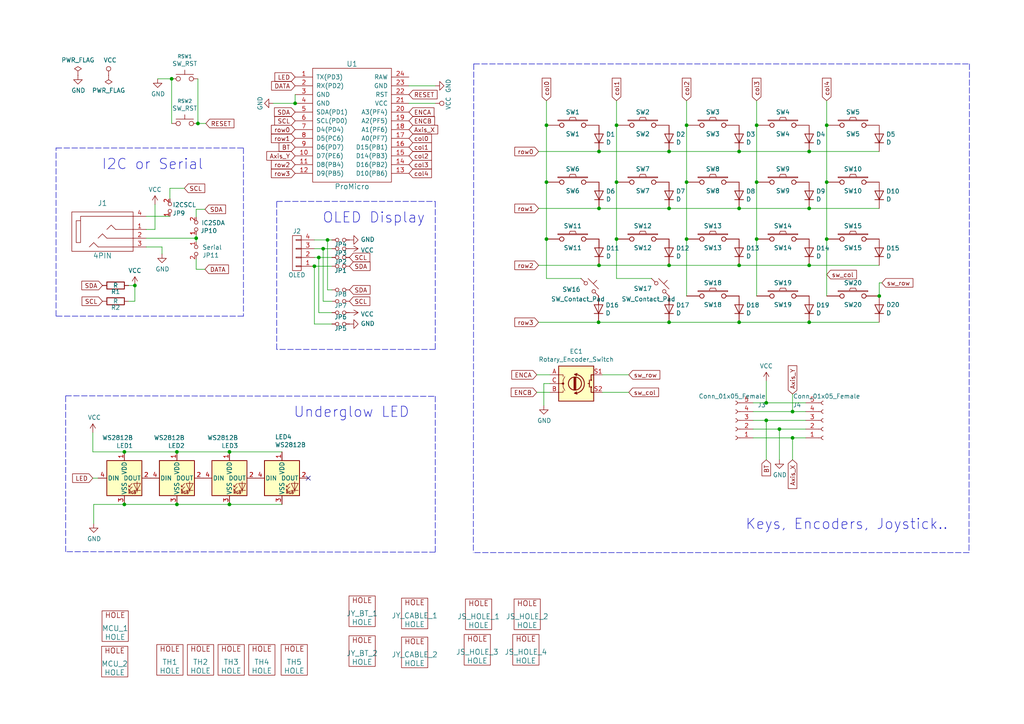
<source format=kicad_sch>
(kicad_sch (version 20211123) (generator eeschema)
  (paper "A4")
  (lib_symbols
    (symbol "Connector:Conn_01x05_Female" (pin_names (offset 1.016) hide)
      (property "Reference" "J" (at 0 7.62 0))
      (property "Value" "Conn_01x05_Female" (at 0 -7.62 0))
      (symbol "Conn_01x05_Female_1_1"
        (pin passive line (at -5.08 5.08 0) (length 3.81) (name "Pin_1") (number "1"))
        (pin passive line (at -5.08 2.54 0) (length 3.81) (name "Pin_2") (number "2"))
        (pin passive line (at -5.08 0 0) (length 3.81) (name "Pin_3") (number "3"))
        (pin passive line (at -5.08 -2.54 0) (length 3.81) (name "Pin_4") (number "4"))
        (pin passive line (at -5.08 -5.08 0) (length 3.81) (name "Pin_5") (number "5"))
      )
    )
    (symbol "Device:Jumper_NO_Small" (pin_numbers hide) (pin_names (offset 0.762) hide)
      (property "Reference" "JP" (at 0 2.032 0))
      (property "Value" "Device_Jumper_NO_Small" (at 0.254 -1.524 0))
      (symbol "Jumper_NO_Small_0_1"
        (pin passive line (at -2.54 0 0) (length 1.016) (name "1") (number "1"))
        (pin passive line (at 2.54 0 180) (length 1.016) (name "2") (number "2"))
      )
    )
    (symbol "Device:Rotary_Encoder_Switch" (pin_names (offset 0.254) hide)
      (property "Reference" "SW" (at 0 6.604 0))
      (property "Value" "Device_Rotary_Encoder_Switch" (at 0 -6.604 0))
      (symbol "Rotary_Encoder_Switch_1_1"
        (pin passive line (at -7.62 2.54 0) (length 2.54) (name "A") (number "A"))
        (pin passive line (at -7.62 -2.54 0) (length 2.54) (name "B") (number "B"))
        (pin passive line (at -7.62 0 0) (length 2.54) (name "C") (number "C"))
        (pin passive line (at 7.62 2.54 180) (length 2.54) (name "S1") (number "S1"))
        (pin passive line (at 7.62 -2.54 180) (length 2.54) (name "S2") (number "S2"))
      )
    )
    (symbol "Jumper_NO_Small_1" (pin_names (offset 0.762) hide)
      (property "Reference" "JP" (at 0 2.032 0))
      (property "Value" "Jumper_NO_Small_1" (at 0.254 -1.524 0))
      (symbol "Jumper_NO_Small_1_0_1"
        (pin passive line (at -2.54 0 0) (length 1.016) (name "1") (number "1"))
        (pin passive line (at 2.54 0 180) (length 1.016) (name "2") (number "2"))
      )
    )
    (symbol "Jumper_NO_Small_2" (pin_names (offset 0.762) hide)
      (property "Reference" "JP" (at 0 2.032 0))
      (property "Value" "Jumper_NO_Small_2" (at 0.254 -1.524 0))
      (symbol "Jumper_NO_Small_2_0_1"
        (pin passive line (at -2.54 0 0) (length 1.016) (name "1") (number "1"))
        (pin passive line (at 2.54 0 180) (length 1.016) (name "2") (number "2"))
      )
    )
    (symbol "Jumper_NO_Small_3" (pin_names (offset 0.762) hide)
      (property "Reference" "JP" (at 0 2.032 0))
      (property "Value" "Jumper_NO_Small_3" (at 0.254 -1.524 0))
      (symbol "Jumper_NO_Small_3_0_1"
        (pin passive line (at -2.54 0 0) (length 1.016) (name "1") (number "1"))
        (pin passive line (at 2.54 0 180) (length 1.016) (name "2") (number "2"))
      )
    )
    (symbol "LED:WS2812B" (pin_names (offset 0.254))
      (property "Reference" "D" (at 5.08 5.715 0))
      (property "Value" "WS2812B" (at 1.27 -5.715 0))
      (symbol "WS2812B_0_0"
        (text "RGB" (at 2.286 -4.191 0) (effects (font (size 0.762 0.762))))
      )
      (symbol "WS2812B_1_1"
        (pin power_in line (at 0 7.62 270) (length 2.54) (name "VDD") (number "1"))
        (pin output line (at 7.62 0 180) (length 2.54) (name "DOUT") (number "2"))
        (pin power_in line (at 0 -7.62 90) (length 2.54) (name "VSS") (number "3"))
        (pin input line (at -7.62 0 0) (length 2.54) (name "DIN") (number "4"))
      )
    )
    (symbol "SofleKeyboard-rescue:D-Lily58-cache-Lily58_Pro-rescue" (pin_numbers hide) (pin_names (offset 1.016) hide)
      (property "Reference" "D" (at 0 2.54 0))
      (property "Value" "D-Lily58-cache-Lily58_Pro-rescue" (at 0 -2.54 0))
      (symbol "D-Lily58-cache-Lily58_Pro-rescue_1_1"
        (pin passive line (at -3.81 0 0) (length 2.54) (name "K") (number "1"))
        (pin passive line (at 3.81 0 180) (length 2.54) (name "A") (number "2"))
      )
    )
    (symbol "SofleKeyboard-rescue:GND-Lily58-cache-Lily58_Pro-rescue" (power) (pin_names (offset 0))
      (property "Value" "GND-Lily58-cache-Lily58_Pro-rescue" (at 0 -3.81 0))
      (symbol "GND-Lily58-cache-Lily58_Pro-rescue_1_1"
        (pin power_in line (at 0 0 0) (length 0) hide (name "GND") (number "1"))
      )
    )
    (symbol "SofleKeyboard-rescue:HOLE-Lily58-cache-Lily58_Pro-rescue" (pin_names (offset 1.016))
      (property "Reference" "U" (at 0 0 0))
      (property "Value" "HOLE-Lily58-cache-Lily58_Pro-rescue" (at 0 -5.08 0))
      (symbol "HOLE-Lily58-cache-Lily58_Pro-rescue_0_0"
        (text "HOLE" (at 0 3.81 0) (effects (font (size 1.524 1.524))))
      )
    )
    (symbol "SofleKeyboard-rescue:MJ-4PP-9-Lily58-cache-Lily58_Pro-rescue" (pin_names (offset 1.016))
      (property "Reference" "J" (at -8.89 -7.62 0))
      (property "Value" "MJ-4PP-9-Lily58-cache-Lily58_Pro-rescue" (at -3.81 6.35 0))
      (symbol "MJ-4PP-9-Lily58-cache-Lily58_Pro-rescue_1_1"
        (pin passive line (at 11.43 0 180) (length 3.81) (name "~") (number "1"))
        (pin passive line (at 11.43 -2.54 180) (length 3.81) (name "~") (number "2"))
        (pin passive line (at 11.43 -5.08 180) (length 3.81) (name "~") (number "3"))
        (pin passive line (at 11.43 3.81 180) (length 3.81) (name "~") (number "4"))
      )
    )
    (symbol "SofleKeyboard-rescue:OLED-Lily58-cache-Lily58_Pro-rescue" (pin_names (offset 1.016) hide)
      (property "Reference" "J" (at 0 6.35 0))
      (property "Value" "OLED-Lily58-cache-Lily58_Pro-rescue" (at 2.54 0 90))
      (symbol "OLED-Lily58-cache-Lily58_Pro-rescue_1_1"
        (pin passive line (at -5.08 3.81 0) (length 3.81) (name "P1") (number "1"))
        (pin passive line (at -5.08 1.27 0) (length 3.81) (name "P2") (number "2"))
        (pin passive line (at -5.08 -1.27 0) (length 3.81) (name "P3") (number "3"))
        (pin passive line (at -5.08 -3.81 0) (length 3.81) (name "P4") (number "4"))
      )
    )
    (symbol "SofleKeyboard-rescue:PWR_FLAG-Lily58-cache-Lily58_Pro-rescue" (power) (pin_numbers hide) (pin_names (offset 0) hide)
      (property "Value" "PWR_FLAG-Lily58-cache-Lily58_Pro-rescue" (at 0 3.81 0))
      (symbol "PWR_FLAG-Lily58-cache-Lily58_Pro-rescue_0_0"
        (pin power_out line (at 0 0 90) (length 0) (name "pwr") (number "1"))
      )
    )
    (symbol "SofleKeyboard-rescue:ProMicro_2-Lily58-cache-Lily58_Pro-rescue" (pin_names (offset 1.016))
      (property "Reference" "U" (at 0 17.78 0))
      (property "Value" "ProMicro_2-Lily58-cache-Lily58_Pro-rescue" (at 0 -17.78 0))
      (symbol "ProMicro_2-Lily58-cache-Lily58_Pro-rescue_1_1"
        (pin input line (at -16.51 13.97 0) (length 5.08) (name "TX(PD3)") (number "1"))
        (pin input line (at -16.51 -8.89 0) (length 5.08) (name "D7(PE6)") (number "10"))
        (pin input line (at -16.51 -11.43 0) (length 5.08) (name "D8(PB4)") (number "11"))
        (pin input line (at -16.51 -13.97 0) (length 5.08) (name "D9(PB5)") (number "12"))
        (pin input line (at 16.51 -13.97 180) (length 5.08) (name "D10(PB6)") (number "13"))
        (pin input line (at 16.51 -11.43 180) (length 5.08) (name "D16(PB2)") (number "14"))
        (pin input line (at 16.51 -8.89 180) (length 5.08) (name "D14(PB3)") (number "15"))
        (pin input line (at 16.51 -6.35 180) (length 5.08) (name "D15(PB1)") (number "16"))
        (pin input line (at 16.51 -3.81 180) (length 5.08) (name "A0(PF7)") (number "17"))
        (pin input line (at 16.51 -1.27 180) (length 5.08) (name "A1(PF6)") (number "18"))
        (pin input line (at 16.51 1.27 180) (length 5.08) (name "A2(PF5)") (number "19"))
        (pin input line (at -16.51 11.43 0) (length 5.08) (name "RX(PD2)") (number "2"))
        (pin input line (at 16.51 3.81 180) (length 5.08) (name "A3(PF4)") (number "20"))
        (pin input line (at 16.51 6.35 180) (length 5.08) (name "VCC") (number "21"))
        (pin input line (at 16.51 8.89 180) (length 5.08) (name "RST") (number "22"))
        (pin input line (at 16.51 11.43 180) (length 5.08) (name "GND") (number "23"))
        (pin input line (at 16.51 13.97 180) (length 5.08) (name "RAW") (number "24"))
        (pin input line (at -16.51 8.89 0) (length 5.08) (name "GND") (number "3"))
        (pin input line (at -16.51 6.35 0) (length 5.08) (name "GND") (number "4"))
        (pin input line (at -16.51 3.81 0) (length 5.08) (name "SDA(PD1)") (number "5"))
        (pin input line (at -16.51 1.27 0) (length 5.08) (name "SCL(PD0)") (number "6"))
        (pin input line (at -16.51 -1.27 0) (length 5.08) (name "D4(PD4)") (number "7"))
        (pin input line (at -16.51 -3.81 0) (length 5.08) (name "D5(PC6)") (number "8"))
        (pin input line (at -16.51 -6.35 0) (length 5.08) (name "D6(PD7)") (number "9"))
      )
    )
    (symbol "SofleKeyboard-rescue:R-Lily58-cache-Lily58_Pro-rescue" (pin_numbers hide) (pin_names (offset 0))
      (property "Reference" "R" (at 0 0 90))
      (property "Value" "R-Lily58-cache-Lily58_Pro-rescue" (at -2.54 0 90))
      (symbol "R-Lily58-cache-Lily58_Pro-rescue_1_1"
        (pin passive line (at 0 3.81 270) (length 1.27) (name "~") (number "1"))
        (pin passive line (at 0 -3.81 90) (length 1.27) (name "~") (number "2"))
      )
    )
    (symbol "SofleKeyboard-rescue:SW_PUSH-Lily58-cache-Lily58_Pro-rescue" (pin_numbers hide) (pin_names (offset 1.016) hide)
      (property "Reference" "SW" (at 3.81 2.794 0))
      (property "Value" "SW_PUSH-Lily58-cache-Lily58_Pro-rescue" (at 0 -2.032 0))
      (symbol "SW_PUSH-Lily58-cache-Lily58_Pro-rescue_0_1"
        (pin passive inverted (at -7.62 0 0) (length 5.08) (name "1") (number "1"))
        (pin passive inverted (at 7.62 0 180) (length 5.08) (name "2") (number "2"))
      )
    )
    (symbol "SofleKeyboard-rescue:SW_RST-Lily58-cache-Lily58_Pro-rescue" (pin_numbers hide) (pin_names (offset 1.016) hide)
      (property "Reference" "RSW" (at 2.54 2.54 0))
      (property "Value" "SW_RST-Lily58-cache-Lily58_Pro-rescue" (at 0 -2.54 0))
      (symbol "SW_RST-Lily58-cache-Lily58_Pro-rescue_0_1"
        (pin passive inverted (at -3.81 0 0) (length 2.54) (name "1") (number "1"))
        (pin passive inverted (at 3.81 0 180) (length 2.54) (name "2") (number "2"))
      )
    )
    (symbol "SofleKeyboard-rescue:VCC-Lily58-cache-Lily58_Pro-rescue" (power) (pin_names (offset 0))
      (property "Value" "VCC-Lily58-cache-Lily58_Pro-rescue" (at 0 3.81 0))
      (symbol "VCC-Lily58-cache-Lily58_Pro-rescue_1_1"
        (pin power_in line (at 0 0 90) (length 0) hide (name "VCC") (number "1"))
      )
    )
    (symbol "Switch:SW_Push_45deg" (pin_numbers hide) (pin_names (offset 1.016) hide)
      (property "Reference" "SW" (at 3.048 1.016 0))
      (property "Value" "SW_Push_45deg" (at 0 -3.81 0))
      (symbol "SW_Push_45deg_0_1"
        (pin passive line (at -2.54 2.54 0) (length 0) (name "1") (number "1"))
        (pin passive line (at 2.54 -2.54 180) (length 0) (name "2") (number "2"))
      )
    )
    (symbol "power:GND" (power) (pin_names (offset 0))
      (property "Value" "GND" (at 0 -3.81 0))
      (symbol "GND_1_1"
        (pin power_in line (at 0 0 270) (length 0) hide (name "GND") (number "1"))
      )
    )
    (symbol "power:VCC" (power) (pin_names (offset 0))
      (property "Value" "VCC" (at 0 3.81 0))
      (symbol "VCC_1_1"
        (pin power_in line (at 0 0 90) (length 0) hide (name "VCC") (number "1"))
      )
    )
  )
  (junction (at 49.784 22.86))
  (junction (at 92.456 74.676))
  (junction (at 219.456 52.832))
  (junction (at 94.996 69.596))
  (junction (at 173.736 76.962))
  (junction (at 93.726 72.136))
  (junction (at 214.376 93.472))
  (junction (at 173.736 43.942))
  (junction (at 158.496 52.832))
  (junction (at 239.776 36.322))
  (junction (at 66.548 131.064))
  (junction (at 173.736 60.452))
  (junction (at 194.056 60.452))
  (junction (at 239.776 69.342))
  (junction (at 39.116 82.804))
  (junction (at 234.696 43.942))
  (junction (at 51.308 131.064))
  (junction (at 239.776 52.832))
  (junction (at 199.136 69.342))
  (junction (at 214.376 43.942))
  (junction (at 199.136 52.832))
  (junction (at 66.548 146.304))
  (junction (at 178.816 52.832))
  (junction (at 51.308 146.304))
  (junction (at 36.068 131.064))
  (junction (at 85.598 29.972))
  (junction (at 219.456 69.342))
  (junction (at 234.696 60.452))
  (junction (at 57.404 35.814))
  (junction (at 222.25 121.92))
  (junction (at 36.068 146.304))
  (junction (at 194.056 93.472))
  (junction (at 229.87 119.38))
  (junction (at 178.816 36.322))
  (junction (at 234.696 93.472))
  (junction (at 214.376 76.962))
  (junction (at 194.056 43.942))
  (junction (at 214.376 60.452))
  (junction (at 158.496 69.342))
  (junction (at 219.456 36.322))
  (junction (at 178.816 69.342))
  (junction (at 56.896 69.088))
  (junction (at 158.496 36.322))
  (junction (at 194.056 76.962))
  (junction (at 226.06 124.46))
  (junction (at 234.696 76.962))
  (junction (at 91.186 77.216))
  (junction (at 199.136 36.322))
  (junction (at 173.609 93.472))
  (junction (at 255.016 85.852))
  (junction (at 222.25 116.84))
  (junction (at 229.87 127))
  (no_connect (at 89.408 138.684))
  (wire (pts (xy 178.816 69.342) (xy 178.816 80.772)))
  (wire (pts (xy 173.736 76.962) (xy 194.056 76.962)))
  (wire (pts (xy 157.734 117.602) (xy 157.734 111.252)))
  (polyline (pts (xy 137.414 18.542) (xy 281.178 18.542)))
  (wire (pts (xy 178.816 29.21) (xy 178.816 36.322)))
  (wire (pts (xy 188.976 80.772) (xy 178.816 80.772)))
  (wire (pts (xy 158.496 29.21) (xy 158.496 36.322)))
  (wire (pts (xy 155.702 108.712) (xy 159.512 108.712)))
  (wire (pts (xy 56.896 70.104) (xy 56.896 69.088)))
  (wire (pts (xy 57.404 35.814) (xy 59.69 35.814)))
  (wire (pts (xy 155.702 113.792) (xy 159.512 113.792)))
  (wire (pts (xy 214.376 60.452) (xy 234.696 60.452)))
  (wire (pts (xy 92.456 74.676) (xy 92.456 90.678)))
  (wire (pts (xy 156.21 43.942) (xy 173.736 43.942)))
  (wire (pts (xy 218.44 127) (xy 229.87 127)))
  (wire (pts (xy 229.87 119.38) (xy 233.68 119.38)))
  (wire (pts (xy 255.778 82.042) (xy 255.016 82.042)))
  (wire (pts (xy 94.996 84.074) (xy 96.266 84.074)))
  (wire (pts (xy 56.896 69.088) (xy 56.896 68.072)))
  (wire (pts (xy 214.376 76.962) (xy 234.696 76.962)))
  (wire (pts (xy 173.736 43.942) (xy 194.056 43.942)))
  (wire (pts (xy 85.598 29.972) (xy 79.248 29.972)))
  (polyline (pts (xy 16.256 42.926) (xy 70.612 42.926)))
  (wire (pts (xy 199.136 69.342) (xy 199.136 85.852)))
  (polyline (pts (xy 16.256 91.694) (xy 16.256 42.926)))
  (wire (pts (xy 91.186 69.596) (xy 94.996 69.596)))
  (wire (pts (xy 36.068 146.304) (xy 51.308 146.304)))
  (polyline (pts (xy 126.238 160.147) (xy 19.05 160.02)))
  (wire (pts (xy 37.338 87.376) (xy 39.116 87.376)))
  (wire (pts (xy 66.548 131.064) (xy 51.308 131.064)))
  (wire (pts (xy 234.696 60.452) (xy 255.016 60.452)))
  (polyline (pts (xy 126.238 101.346) (xy 80.264 101.346)))
  (polyline (pts (xy 281.178 18.542) (xy 281.051 160.274)))
  (wire (pts (xy 255.016 82.042) (xy 255.016 85.852)))
  (wire (pts (xy 234.696 93.472) (xy 255.016 93.472)))
  (polyline (pts (xy 70.612 42.926) (xy 70.612 91.694)))
  (wire (pts (xy 218.44 119.38) (xy 229.87 119.38)))
  (wire (pts (xy 158.496 52.832) (xy 158.496 69.342)))
  (wire (pts (xy 194.056 43.942) (xy 214.376 43.942)))
  (wire (pts (xy 194.056 60.452) (xy 214.376 60.452)))
  (wire (pts (xy 56.896 78.105) (xy 56.896 75.184)))
  (polyline (pts (xy 70.612 91.694) (xy 16.256 91.694)))
  (wire (pts (xy 26.924 138.684) (xy 28.448 138.684)))
  (polyline (pts (xy 80.264 58.42) (xy 126.238 58.42)))
  (wire (pts (xy 178.816 52.832) (xy 178.816 69.342)))
  (wire (pts (xy 93.726 87.376) (xy 96.266 87.376)))
  (wire (pts (xy 178.816 36.322) (xy 178.816 52.832)))
  (polyline (pts (xy 19.05 160.02) (xy 19.05 114.808)))
  (wire (pts (xy 218.44 124.46) (xy 226.06 124.46)))
  (wire (pts (xy 66.548 146.304) (xy 81.788 146.304)))
  (wire (pts (xy 118.618 24.892) (xy 126.238 24.892)))
  (wire (pts (xy 91.186 74.676) (xy 92.456 74.676)))
  (wire (pts (xy 91.186 93.98) (xy 96.266 93.98)))
  (wire (pts (xy 168.529 80.772) (xy 158.496 80.772)))
  (wire (pts (xy 44.958 66.548) (xy 44.958 59.309)))
  (wire (pts (xy 199.136 29.21) (xy 199.136 36.322)))
  (polyline (pts (xy 281.051 160.274) (xy 137.287 160.274)))
  (wire (pts (xy 239.776 29.21) (xy 239.776 36.322)))
  (wire (pts (xy 156.21 60.452) (xy 173.736 60.452)))
  (wire (pts (xy 222.25 121.92) (xy 222.25 133.35)))
  (wire (pts (xy 222.25 110.49) (xy 222.25 116.84)))
  (wire (pts (xy 158.496 36.322) (xy 158.496 52.832)))
  (wire (pts (xy 173.609 93.472) (xy 194.056 93.472)))
  (wire (pts (xy 234.696 43.942) (xy 255.016 43.942)))
  (wire (pts (xy 49.276 54.61) (xy 49.276 57.658)))
  (polyline (pts (xy 137.414 18.542) (xy 137.287 160.274)))
  (wire (pts (xy 26.924 131.064) (xy 36.068 131.064)))
  (wire (pts (xy 239.776 69.342) (xy 239.776 85.852)))
  (wire (pts (xy 37.338 82.804) (xy 39.116 82.804)))
  (wire (pts (xy 91.186 77.216) (xy 91.186 93.98)))
  (wire (pts (xy 27.178 146.304) (xy 36.068 146.304)))
  (polyline (pts (xy 126.238 114.935) (xy 126.238 160.147)))
  (wire (pts (xy 51.308 131.064) (xy 36.068 131.064)))
  (wire (pts (xy 229.87 114.3) (xy 229.87 119.38)))
  (wire (pts (xy 199.136 52.832) (xy 199.136 69.342)))
  (wire (pts (xy 234.696 76.962) (xy 255.016 76.962)))
  (wire (pts (xy 229.87 127) (xy 233.68 127)))
  (wire (pts (xy 93.726 72.136) (xy 93.726 87.376)))
  (wire (pts (xy 91.186 72.136) (xy 93.726 72.136)))
  (wire (pts (xy 219.456 36.322) (xy 219.456 52.832)))
  (wire (pts (xy 51.308 146.304) (xy 66.548 146.304)))
  (wire (pts (xy 39.116 87.376) (xy 39.116 82.804)))
  (wire (pts (xy 156.21 76.962) (xy 173.736 76.962)))
  (wire (pts (xy 27.178 146.304) (xy 27.178 151.892)))
  (wire (pts (xy 42.418 71.628) (xy 46.99 71.628)))
  (wire (pts (xy 157.734 111.252) (xy 159.512 111.252)))
  (polyline (pts (xy 19.05 114.808) (xy 126.238 114.935)))
  (wire (pts (xy 94.996 69.596) (xy 96.266 69.596)))
  (wire (pts (xy 93.726 72.136) (xy 96.266 72.136)))
  (wire (pts (xy 26.924 125.476) (xy 26.924 131.064)))
  (wire (pts (xy 46.99 71.628) (xy 46.99 73.66)))
  (wire (pts (xy 226.06 124.46) (xy 226.06 133.35)))
  (wire (pts (xy 226.06 124.46) (xy 233.68 124.46)))
  (wire (pts (xy 59.436 60.706) (xy 56.896 60.706)))
  (wire (pts (xy 219.456 69.342) (xy 219.456 85.852)))
  (wire (pts (xy 92.456 74.676) (xy 96.266 74.676)))
  (wire (pts (xy 85.598 27.432) (xy 85.598 29.972)))
  (wire (pts (xy 49.784 35.814) (xy 49.784 22.86)))
  (wire (pts (xy 222.25 116.84) (xy 233.68 116.84)))
  (wire (pts (xy 214.376 43.942) (xy 234.696 43.942)))
  (wire (pts (xy 118.618 29.972) (xy 126.238 29.972)))
  (wire (pts (xy 156.21 93.472) (xy 173.609 93.472)))
  (wire (pts (xy 96.266 77.216) (xy 91.186 77.216)))
  (wire (pts (xy 42.418 69.088) (xy 56.896 69.088)))
  (wire (pts (xy 174.752 108.712) (xy 182.372 108.712)))
  (wire (pts (xy 173.736 60.452) (xy 194.056 60.452)))
  (wire (pts (xy 194.056 93.472) (xy 214.376 93.472)))
  (wire (pts (xy 229.87 127) (xy 229.87 133.35)))
  (wire (pts (xy 222.25 121.92) (xy 233.68 121.92)))
  (wire (pts (xy 56.896 60.706) (xy 56.896 62.992)))
  (wire (pts (xy 174.752 113.792) (xy 182.372 113.792)))
  (polyline (pts (xy 126.238 58.42) (xy 126.238 101.346)))
  (wire (pts (xy 239.776 36.322) (xy 239.776 52.832)))
  (wire (pts (xy 219.456 29.21) (xy 219.456 36.322)))
  (wire (pts (xy 94.996 69.596) (xy 94.996 84.074)))
  (wire (pts (xy 42.418 62.738) (xy 49.276 62.738)))
  (wire (pts (xy 59.436 78.105) (xy 56.896 78.105)))
  (polyline (pts (xy 80.264 101.346) (xy 80.264 58.42)))
  (wire (pts (xy 239.776 52.832) (xy 239.776 69.342)))
  (wire (pts (xy 42.418 66.548) (xy 44.958 66.548)))
  (wire (pts (xy 194.056 76.962) (xy 214.376 76.962)))
  (wire (pts (xy 45.72 22.86) (xy 49.784 22.86)))
  (wire (pts (xy 57.404 22.86) (xy 57.404 35.814)))
  (wire (pts (xy 199.136 36.322) (xy 199.136 52.832)))
  (wire (pts (xy 218.44 116.84) (xy 222.25 116.84)))
  (wire (pts (xy 218.44 121.92) (xy 222.25 121.92)))
  (wire (pts (xy 214.376 93.472) (xy 234.696 93.472)))
  (wire (pts (xy 81.788 131.064) (xy 66.548 131.064)))
  (wire (pts (xy 53.467 54.61) (xy 49.276 54.61)))
  (wire (pts (xy 92.456 90.678) (xy 96.266 90.678)))
  (wire (pts (xy 158.496 80.772) (xy 158.496 69.342)))
  (wire (pts (xy 219.456 52.832) (xy 219.456 69.342)))
  (text "Keys, Encoders, Joystick.." (at 216.154 153.924 0) (effects (font (size 2.9972 2.9972)) (justify left bottom)))
  (text "OLED Display" (at 93.472 65.024 0) (effects (font (size 2.9972 2.9972)) (justify left bottom)))
  (text "Underglow LED" (at 85.09 121.412 0) (effects (font (size 2.9972 2.9972)) (justify left bottom)))
  (text "I2C or Serial" (at 29.464 49.53 0) (effects (font (size 2.9972 2.9972)) (justify left bottom)))
  (global_label "row2" (shape input) (at 156.21 76.962 180) (property "Intersheet References" "${INTERSHEET_REFS}" (effects hide)))
  (global_label "row1" (shape input) (at 85.598 40.132 180) (property "Intersheet References" "${INTERSHEET_REFS}" (effects hide)))
  (global_label "Axis_X" (shape input) (at 118.618 37.592 0) (property "Intersheet References" "${INTERSHEET_REFS}" (effects hide)))
  (global_label "DATA" (shape input) (at 59.436 78.105 0) (property "Intersheet References" "${INTERSHEET_REFS}" (effects hide)))
  (global_label "SCL" (shape input) (at 85.598 35.052 180) (property "Intersheet References" "${INTERSHEET_REFS}" (effects hide)))
  (global_label "Axis_Y" (shape input) (at 85.598 45.212 180) (property "Intersheet References" "${INTERSHEET_REFS}" (effects hide)))
  (global_label "row3" (shape input) (at 85.598 50.292 180) (property "Intersheet References" "${INTERSHEET_REFS}" (effects hide)))
  (global_label "ENCA" (shape input) (at 118.618 32.512 0) (property "Intersheet References" "${INTERSHEET_REFS}" (effects hide)))
  (global_label "col3" (shape input) (at 118.618 47.752 0) (property "Intersheet References" "${INTERSHEET_REFS}" (effects hide)))
  (global_label "SDA" (shape input) (at 101.346 77.216 0) (property "Intersheet References" "${INTERSHEET_REFS}" (effects hide)))
  (global_label "DATA" (shape input) (at 85.598 24.892 180) (property "Intersheet References" "${INTERSHEET_REFS}" (effects hide)))
  (global_label "BT" (shape input) (at 222.25 133.35 270) (property "Intersheet References" "${INTERSHEET_REFS}" (effects hide)))
  (global_label "SDA" (shape input) (at 85.598 32.512 180) (property "Intersheet References" "${INTERSHEET_REFS}" (effects hide)))
  (global_label "SDA" (shape input) (at 59.436 60.706 0) (property "Intersheet References" "${INTERSHEET_REFS}" (effects hide)))
  (global_label "sw_col" (shape input) (at 239.776 79.629 0) (property "Intersheet References" "${INTERSHEET_REFS}" (effects hide)))
  (global_label "ENCB" (shape input) (at 155.702 113.792 180) (property "Intersheet References" "${INTERSHEET_REFS}" (effects hide)))
  (global_label "row2" (shape input) (at 85.598 47.752 180) (property "Intersheet References" "${INTERSHEET_REFS}" (effects hide)))
  (global_label "SDA" (shape input) (at 101.346 84.074 0) (property "Intersheet References" "${INTERSHEET_REFS}" (effects hide)))
  (global_label "row3" (shape input) (at 156.21 93.472 180) (property "Intersheet References" "${INTERSHEET_REFS}" (effects hide)))
  (global_label "row0" (shape input) (at 156.21 43.942 180) (property "Intersheet References" "${INTERSHEET_REFS}" (effects hide)))
  (global_label "sw_row" (shape input) (at 182.372 108.712 0) (property "Intersheet References" "${INTERSHEET_REFS}" (effects hide)))
  (global_label "Axis_X" (shape input) (at 229.87 133.35 270) (property "Intersheet References" "${INTERSHEET_REFS}" (effects hide)))
  (global_label "row1" (shape input) (at 156.21 60.452 180) (property "Intersheet References" "${INTERSHEET_REFS}" (effects hide)))
  (global_label "sw_col" (shape input) (at 182.372 113.792 0) (property "Intersheet References" "${INTERSHEET_REFS}" (effects hide)))
  (global_label "ENCA" (shape input) (at 155.702 108.712 180) (property "Intersheet References" "${INTERSHEET_REFS}" (effects hide)))
  (global_label "SCL" (shape input) (at 101.346 74.676 0) (property "Intersheet References" "${INTERSHEET_REFS}" (effects hide)))
  (global_label "LED" (shape input) (at 85.598 22.352 180) (property "Intersheet References" "${INTERSHEET_REFS}" (effects hide)))
  (global_label "col3" (shape input) (at 219.456 29.21 90) (property "Intersheet References" "${INTERSHEET_REFS}" (effects hide)))
  (global_label "col2" (shape input) (at 199.136 29.21 90) (property "Intersheet References" "${INTERSHEET_REFS}" (effects hide)))
  (global_label "SCL" (shape input) (at 29.718 87.376 180) (property "Intersheet References" "${INTERSHEET_REFS}" (effects hide)))
  (global_label "LED" (shape input) (at 26.924 138.684 180) (property "Intersheet References" "${INTERSHEET_REFS}" (effects hide)))
  (global_label "RESET" (shape input) (at 118.618 27.432 0) (property "Intersheet References" "${INTERSHEET_REFS}" (effects hide)))
  (global_label "col2" (shape input) (at 118.618 45.212 0) (property "Intersheet References" "${INTERSHEET_REFS}" (effects hide)))
  (global_label "col0" (shape input) (at 118.618 40.132 0) (property "Intersheet References" "${INTERSHEET_REFS}" (effects hide)))
  (global_label "col4" (shape input) (at 118.618 50.292 0) (property "Intersheet References" "${INTERSHEET_REFS}" (effects hide)))
  (global_label "ENCB" (shape input) (at 118.618 35.052 0) (property "Intersheet References" "${INTERSHEET_REFS}" (effects hide)))
  (global_label "BT" (shape input) (at 85.598 42.672 180) (property "Intersheet References" "${INTERSHEET_REFS}" (effects hide)))
  (global_label "col4" (shape input) (at 239.776 29.21 90) (property "Intersheet References" "${INTERSHEET_REFS}" (effects hide)))
  (global_label "SDA" (shape input) (at 29.718 82.804 180) (property "Intersheet References" "${INTERSHEET_REFS}" (effects hide)))
  (global_label "col1" (shape input) (at 178.816 29.21 90) (property "Intersheet References" "${INTERSHEET_REFS}" (effects hide)))
  (global_label "col1" (shape input) (at 118.618 42.672 0) (property "Intersheet References" "${INTERSHEET_REFS}" (effects hide)))
  (global_label "SCL" (shape input) (at 101.346 87.376 0) (property "Intersheet References" "${INTERSHEET_REFS}" (effects hide)))
  (global_label "Axis_Y" (shape input) (at 229.87 114.3 90) (property "Intersheet References" "${INTERSHEET_REFS}" (effects hide)))
  (global_label "RESET" (shape input) (at 59.69 35.814 0) (property "Intersheet References" "${INTERSHEET_REFS}" (effects hide)))
  (global_label "sw_row" (shape input) (at 255.778 82.042 0) (property "Intersheet References" "${INTERSHEET_REFS}" (effects hide)))
  (global_label "col0" (shape input) (at 158.496 29.21 90) (property "Intersheet References" "${INTERSHEET_REFS}" (effects hide)))
  (global_label "row0" (shape input) (at 85.598 37.592 180) (property "Intersheet References" "${INTERSHEET_REFS}" (effects hide)))
  (global_label "SCL" (shape input) (at 53.467 54.61 0) (property "Intersheet References" "${INTERSHEET_REFS}" (effects hide)))
  (symbol (lib_id "SofleKeyboard-rescue:ProMicro_2-Lily58-cache-Lily58_Pro-rescue") (at 102.108 36.322 0) (unit 1)
    (property "Reference" "U1" (at 102.108 18.542 0) (effects (font (size 1.524 1.524))))
    (property "Value" "ProMicro" (at 102.108 54.102 0) (effects (font (size 1.524 1.524))))
    (property "Footprint" "jw_custom_footprint:ProMicro_jumper_pad_only" (effects hide))
  )
  (symbol (lib_id "SofleKeyboard-rescue:SW_PUSH-Lily58-cache-Lily58_Pro-rescue") (at 166.116 36.322 0) (unit 1)
    (property "Reference" "SW1" (at 166.116 32.512 0))
    (property "Value" "SW1" (at 166.116 38.862 0))
    (property "Footprint" "jw_custom_footprint:CherryMX_Hotswap" (effects hide))
  )
  (symbol (lib_id "SofleKeyboard-rescue:SW_PUSH-Lily58-cache-Lily58_Pro-rescue") (at 186.436 36.322 0) (unit 1)
    (property "Reference" "SW2" (at 186.436 32.512 0))
    (property "Value" "SW2" (at 186.436 38.862 0))
    (property "Footprint" "jw_custom_footprint:CherryMX_Hotswap" (effects hide))
  )
  (symbol (lib_id "SofleKeyboard-rescue:SW_PUSH-Lily58-cache-Lily58_Pro-rescue") (at 206.756 36.322 0) (unit 1)
    (property "Reference" "SW3" (at 206.756 32.512 0))
    (property "Value" "SW3" (at 206.756 38.862 0))
    (property "Footprint" "jw_custom_footprint:CherryMX_Hotswap" (effects hide))
  )
  (symbol (lib_id "SofleKeyboard-rescue:SW_PUSH-Lily58-cache-Lily58_Pro-rescue") (at 227.076 36.322 0) (unit 1)
    (property "Reference" "SW4" (at 227.076 32.512 0))
    (property "Value" "SW4" (at 227.076 38.862 0))
    (property "Footprint" "jw_custom_footprint:CherryMX_Hotswap" (effects hide))
  )
  (symbol (lib_id "SofleKeyboard-rescue:SW_PUSH-Lily58-cache-Lily58_Pro-rescue") (at 247.396 36.322 0) (unit 1)
    (property "Reference" "SW5" (at 247.396 32.512 0))
    (property "Value" "SW5" (at 247.396 38.862 0))
    (property "Footprint" "jw_custom_footprint:CherryMX_Hotswap" (effects hide))
  )
  (symbol (lib_id "SofleKeyboard-rescue:D-Lily58-cache-Lily58_Pro-rescue") (at 173.736 40.132 90) (unit 1)
    (property "Reference" "D1" (at 175.7426 38.9636 90) (effects (justify right)))
    (property "Value" "D" (at 175.7426 41.275 90) (effects (justify right)))
    (property "Footprint" "jw_custom_footprint:Diode_SOD123_THT" (effects hide))
  )
  (symbol (lib_id "SofleKeyboard-rescue:D-Lily58-cache-Lily58_Pro-rescue") (at 194.056 40.132 90) (unit 1)
    (property "Reference" "D2" (at 196.0626 38.9636 90) (effects (justify right)))
    (property "Value" "D" (at 196.0626 41.275 90) (effects (justify right)))
    (property "Footprint" "jw_custom_footprint:Diode_SOD123_THT" (effects hide))
  )
  (symbol (lib_id "SofleKeyboard-rescue:D-Lily58-cache-Lily58_Pro-rescue") (at 214.376 40.132 90) (unit 1)
    (property "Reference" "D3" (at 216.3826 38.9636 90) (effects (justify right)))
    (property "Value" "D" (at 216.3826 41.275 90) (effects (justify right)))
    (property "Footprint" "jw_custom_footprint:Diode_SOD123_THT" (effects hide))
  )
  (symbol (lib_id "SofleKeyboard-rescue:D-Lily58-cache-Lily58_Pro-rescue") (at 234.696 40.132 90) (unit 1)
    (property "Reference" "D4" (at 236.7026 38.9636 90) (effects (justify right)))
    (property "Value" "D" (at 236.7026 41.275 90) (effects (justify right)))
    (property "Footprint" "jw_custom_footprint:Diode_SOD123_THT" (effects hide))
  )
  (symbol (lib_id "SofleKeyboard-rescue:D-Lily58-cache-Lily58_Pro-rescue") (at 255.016 40.132 90) (unit 1)
    (property "Reference" "D5" (at 257.0226 38.9636 90) (effects (justify right)))
    (property "Value" "D" (at 257.0226 41.275 90) (effects (justify right)))
    (property "Footprint" "jw_custom_footprint:Diode_SOD123_THT" (effects hide))
  )
  (symbol (lib_id "SofleKeyboard-rescue:D-Lily58-cache-Lily58_Pro-rescue") (at 173.736 56.642 90) (unit 1)
    (property "Reference" "D6" (at 175.7426 55.4736 90) (effects (justify right)))
    (property "Value" "D" (at 175.7426 57.785 90) (effects (justify right)))
    (property "Footprint" "jw_custom_footprint:Diode_SOD123_THT" (effects hide))
  )
  (symbol (lib_id "SofleKeyboard-rescue:D-Lily58-cache-Lily58_Pro-rescue") (at 194.056 56.642 90) (unit 1)
    (property "Reference" "D7" (at 196.0626 55.4736 90) (effects (justify right)))
    (property "Value" "D" (at 196.0626 57.785 90) (effects (justify right)))
    (property "Footprint" "jw_custom_footprint:Diode_SOD123_THT" (effects hide))
  )
  (symbol (lib_id "SofleKeyboard-rescue:D-Lily58-cache-Lily58_Pro-rescue") (at 214.376 56.642 90) (unit 1)
    (property "Reference" "D8" (at 216.3826 55.4736 90) (effects (justify right)))
    (property "Value" "D" (at 216.3826 57.785 90) (effects (justify right)))
    (property "Footprint" "jw_custom_footprint:Diode_SOD123_THT" (effects hide))
  )
  (symbol (lib_id "SofleKeyboard-rescue:D-Lily58-cache-Lily58_Pro-rescue") (at 234.696 56.642 90) (unit 1)
    (property "Reference" "D9" (at 236.7026 55.4736 90) (effects (justify right)))
    (property "Value" "D" (at 236.7026 57.785 90) (effects (justify right)))
    (property "Footprint" "jw_custom_footprint:Diode_SOD123_THT" (effects hide))
  )
  (symbol (lib_id "SofleKeyboard-rescue:D-Lily58-cache-Lily58_Pro-rescue") (at 255.016 56.642 90) (unit 1)
    (property "Reference" "D10" (at 257.0226 55.4736 90) (effects (justify right)))
    (property "Value" "D" (at 257.0226 57.785 90) (effects (justify right)))
    (property "Footprint" "jw_custom_footprint:Diode_SOD123_THT" (effects hide))
  )
  (symbol (lib_id "SofleKeyboard-rescue:D-Lily58-cache-Lily58_Pro-rescue") (at 173.736 73.152 90) (unit 1)
    (property "Reference" "D11" (at 175.7426 71.9836 90) (effects (justify right)))
    (property "Value" "D" (at 175.7426 74.295 90) (effects (justify right)))
    (property "Footprint" "jw_custom_footprint:Diode_SOD123_THT" (effects hide))
  )
  (symbol (lib_id "SofleKeyboard-rescue:D-Lily58-cache-Lily58_Pro-rescue") (at 194.056 73.152 90) (unit 1)
    (property "Reference" "D12" (at 196.0626 71.9836 90) (effects (justify right)))
    (property "Value" "D" (at 196.0626 74.295 90) (effects (justify right)))
    (property "Footprint" "jw_custom_footprint:Diode_SOD123_THT" (effects hide))
  )
  (symbol (lib_id "SofleKeyboard-rescue:D-Lily58-cache-Lily58_Pro-rescue") (at 214.376 73.152 90) (unit 1)
    (property "Reference" "D13" (at 216.3826 71.9836 90) (effects (justify right)))
    (property "Value" "D" (at 216.3826 74.295 90) (effects (justify right)))
    (property "Footprint" "jw_custom_footprint:Diode_SOD123_THT" (effects hide))
  )
  (symbol (lib_id "SofleKeyboard-rescue:D-Lily58-cache-Lily58_Pro-rescue") (at 234.696 73.152 90) (unit 1)
    (property "Reference" "D14" (at 236.7026 71.9836 90) (effects (justify right)))
    (property "Value" "D" (at 236.7026 74.295 90) (effects (justify right)))
    (property "Footprint" "jw_custom_footprint:Diode_SOD123_THT" (effects hide))
  )
  (symbol (lib_id "SofleKeyboard-rescue:D-Lily58-cache-Lily58_Pro-rescue") (at 255.016 73.152 90) (unit 1)
    (property "Reference" "D15" (at 257.0226 71.9836 90) (effects (justify right)))
    (property "Value" "D" (at 257.0226 74.295 90) (effects (justify right)))
    (property "Footprint" "jw_custom_footprint:Diode_SOD123_THT" (effects hide))
  )
  (symbol (lib_id "SofleKeyboard-rescue:D-Lily58-cache-Lily58_Pro-rescue") (at 255.016 89.662 90) (unit 1)
    (property "Reference" "D20" (at 257.048 88.392 90) (effects (justify right)))
    (property "Value" "D" (at 257.0226 90.805 90) (effects (justify right)))
    (property "Footprint" "jw_custom_footprint:Diode_SOD123_THT" (effects hide))
  )
  (symbol (lib_id "SofleKeyboard-rescue:D-Lily58-cache-Lily58_Pro-rescue") (at 194.056 89.662 90) (unit 1)
    (property "Reference" "D17" (at 196.0626 88.4936 90) (effects (justify right)))
    (property "Value" "D" (at 196.0626 90.805 90) (effects (justify right)))
    (property "Footprint" "jw_custom_footprint:Diode_SOD123_THT" (effects hide))
  )
  (symbol (lib_id "SofleKeyboard-rescue:D-Lily58-cache-Lily58_Pro-rescue") (at 214.376 89.662 90) (unit 1)
    (property "Reference" "D18" (at 216.3826 88.4936 90) (effects (justify right)))
    (property "Value" "D" (at 216.3826 90.805 90) (effects (justify right)))
    (property "Footprint" "jw_custom_footprint:Diode_SOD123_THT" (effects hide))
  )
  (symbol (lib_id "SofleKeyboard-rescue:VCC-Lily58-cache-Lily58_Pro-rescue") (at 126.238 29.972 270) (unit 1)
    (property "Reference" "#PWR06" (effects hide))
    (property "Value" "VCC" (at 130.048 29.972 0))
  )
  (symbol (lib_id "SofleKeyboard-rescue:GND-Lily58-cache-Lily58_Pro-rescue") (at 45.72 22.86 0) (unit 1)
    (property "Reference" "#PWR03" (effects hide))
    (property "Value" "GND" (at 45.847 27.2542 0))
  )
  (symbol (lib_id "SofleKeyboard-rescue:PWR_FLAG-Lily58-cache-Lily58_Pro-rescue") (at 22.606 21.844 0) (unit 1)
    (property "Reference" "#FLG01" (effects hide))
    (property "Value" "PWR_FLAG" (at 22.606 17.4244 0))
  )
  (symbol (lib_id "SofleKeyboard-rescue:GND-Lily58-cache-Lily58_Pro-rescue") (at 22.606 21.844 0) (unit 1)
    (property "Reference" "#PWR01" (effects hide))
    (property "Value" "GND" (at 22.733 26.2382 0))
  )
  (symbol (lib_id "SofleKeyboard-rescue:VCC-Lily58-cache-Lily58_Pro-rescue") (at 31.496 21.844 0) (unit 1)
    (property "Reference" "#PWR02" (effects hide))
    (property "Value" "VCC" (at 31.9278 17.4498 0))
  )
  (symbol (lib_id "SofleKeyboard-rescue:PWR_FLAG-Lily58-cache-Lily58_Pro-rescue") (at 31.496 21.844 180) (unit 1)
    (property "Reference" "#FLG02" (effects hide))
    (property "Value" "PWR_FLAG" (at 31.496 26.2382 0))
  )
  (symbol (lib_id "SofleKeyboard-rescue:GND-Lily58-cache-Lily58_Pro-rescue") (at 126.238 24.892 90) (unit 1)
    (property "Reference" "#PWR04" (effects hide))
    (property "Value" "GND" (at 130.048 24.892 0))
  )
  (symbol (lib_id "SofleKeyboard-rescue:GND-Lily58-cache-Lily58_Pro-rescue") (at 79.248 29.972 270) (unit 1)
    (property "Reference" "#PWR05" (effects hide))
    (property "Value" "GND" (at 75.438 29.972 0))
  )
  (symbol (lib_id "SofleKeyboard-rescue:SW_RST-Lily58-cache-Lily58_Pro-rescue") (at 53.594 22.86 0) (unit 1)
    (property "Reference" "RSW1" (at 53.594 16.3576 0) (effects (font (size 1.016 1.016))))
    (property "Value" "SW_RST" (at 53.594 18.4658 0))
    (property "Footprint" "Button_Switch_SMD:SW_SPST_TL3342" (effects hide))
  )
  (symbol (lib_id "SofleKeyboard-rescue:OLED-Lily58-cache-Lily58_Pro-rescue") (at 86.106 73.406 180) (unit 1)
    (property "Reference" "J2" (at 86.106 67.056 0))
    (property "Value" "OLED" (at 86.106 79.756 0))
    (property "Footprint" "SofleKeyboard-footprint:OLED_4Pin" (effects hide))
  )
  (symbol (lib_id "Device:Jumper_NO_Small") (at 98.806 69.596 0) (unit 1)
    (property "Reference" "JP4" (at 98.806 70.866 0))
    (property "Value" "JP4" (effects hide))
    (property "Footprint" "Jumper:SolderJumper-2_P1.3mm_Open_RoundedPad1.0x1.5mm" (effects hide))
  )
  (symbol (lib_id "Device:Jumper_NO_Small") (at 98.806 72.136 0) (unit 1)
    (property "Reference" "JP3" (at 98.806 73.406 0))
    (property "Value" "JP3" (effects hide))
    (property "Footprint" "Jumper:SolderJumper-2_P1.3mm_Open_RoundedPad1.0x1.5mm" (effects hide))
  )
  (symbol (lib_id "Device:Jumper_NO_Small") (at 98.806 74.676 0) (unit 1)
    (property "Reference" "JP2" (at 98.806 75.946 0))
    (property "Value" "JP2" (effects hide))
    (property "Footprint" "Jumper:SolderJumper-2_P1.3mm_Open_RoundedPad1.0x1.5mm" (effects hide))
  )
  (symbol (lib_id "Device:Jumper_NO_Small") (at 98.806 77.216 0) (unit 1)
    (property "Reference" "JP1" (at 98.806 78.486 0))
    (property "Value" "JP1" (effects hide))
    (property "Footprint" "Jumper:SolderJumper-2_P1.3mm_Open_RoundedPad1.0x1.5mm" (effects hide))
  )
  (symbol (lib_id "Device:Jumper_NO_Small") (at 98.806 84.074 0) (unit 1)
    (property "Reference" "JP8" (at 98.806 85.344 0))
    (property "Value" "JP8" (effects hide))
    (property "Footprint" "Jumper:SolderJumper-2_P1.3mm_Open_RoundedPad1.0x1.5mm" (effects hide))
  )
  (symbol (lib_id "Device:Jumper_NO_Small") (at 98.806 87.376 0) (unit 1)
    (property "Reference" "JP7" (at 98.806 88.646 0))
    (property "Value" "JP7" (effects hide))
    (property "Footprint" "Jumper:SolderJumper-2_P1.3mm_Open_RoundedPad1.0x1.5mm" (effects hide))
  )
  (symbol (lib_id "Device:Jumper_NO_Small") (at 98.806 90.678 0) (unit 1)
    (property "Reference" "JP6" (at 98.806 91.948 0))
    (property "Value" "JP6" (effects hide))
    (property "Footprint" "Jumper:SolderJumper-2_P1.3mm_Open_RoundedPad1.0x1.5mm" (effects hide))
  )
  (symbol (lib_id "Device:Jumper_NO_Small") (at 98.806 93.98 0) (unit 1)
    (property "Reference" "JP5" (at 98.806 95.25 0))
    (property "Value" "JP5" (effects hide))
    (property "Footprint" "Jumper:SolderJumper-2_P1.3mm_Open_RoundedPad1.0x1.5mm" (effects hide))
  )
  (symbol (lib_id "power:GND") (at 101.346 69.596 90) (unit 1)
    (property "Reference" "#PWR08" (effects hide))
    (property "Value" "GND" (at 104.5972 69.469 90) (effects (justify right)))
  )
  (symbol (lib_id "power:VCC") (at 101.346 72.136 270) (unit 1)
    (property "Reference" "#PWR09" (effects hide))
    (property "Value" "VCC" (at 104.5972 72.5678 90) (effects (justify left)))
  )
  (symbol (lib_id "power:GND") (at 101.346 93.98 90) (unit 1)
    (property "Reference" "#PWR012" (effects hide))
    (property "Value" "GND" (at 104.5972 93.853 90) (effects (justify right)))
  )
  (symbol (lib_id "power:VCC") (at 101.346 90.678 270) (unit 1)
    (property "Reference" "#PWR011" (effects hide))
    (property "Value" "VCC" (at 104.5972 91.1098 90) (effects (justify left)))
  )
  (symbol (lib_id "Device:Rotary_Encoder_Switch") (at 167.132 111.252 0) (unit 1)
    (property "Reference" "EC1" (at 167.132 101.9302 0))
    (property "Value" "Rotary_Encoder_Switch" (at 167.132 104.2416 0))
    (property "Footprint" "jw_custom_footprint:RotaryEncoder_Alps_EC11E-Switch_Vertical_H20mm" (effects hide))
  )
  (symbol (lib_id "power:GND") (at 157.734 117.602 0) (unit 1)
    (property "Reference" "#PWR013" (effects hide))
    (property "Value" "GND" (at 157.861 121.9962 0))
  )
  (symbol (lib_id "SofleKeyboard-rescue:D-Lily58-cache-Lily58_Pro-rescue") (at 173.609 89.662 90) (unit 1)
    (property "Reference" "D16" (at 175.6156 88.4936 90) (effects (justify right)))
    (property "Value" "D" (at 175.6156 90.805 90) (effects (justify right)))
    (property "Footprint" "jw_custom_footprint:Diode_SOD123_THT" (effects hide))
  )
  (symbol (lib_id "SofleKeyboard-rescue:HOLE-Lily58-cache-Lily58_Pro-rescue") (at 105.029 189.484 0) (unit 1)
    (property "Reference" "JY_BT_2" (at 105.029 189.484 0) (effects (font (size 1.524 1.524))))
    (property "Value" "HOLE" (at 105.029 192.024 0) (effects (font (size 1.524 1.524))))
    (property "Footprint" "MountingHole:MountingHole_3.2mm_M3" (effects hide))
  )
  (symbol (lib_id "power:GND") (at 27.178 151.892 0) (unit 1)
    (property "Reference" "#PWR015" (effects hide))
    (property "Value" "GND" (at 27.305 156.2862 0))
  )
  (symbol (lib_id "SofleKeyboard-rescue:SW_RST-Lily58-cache-Lily58_Pro-rescue") (at 53.594 35.814 0) (unit 1)
    (property "Reference" "RSW2" (at 53.594 29.3116 0) (effects (font (size 1.016 1.016))))
    (property "Value" "SW_RST" (at 53.594 31.4198 0))
    (property "Footprint" "Button_Switch_SMD:SW_SPST_TL3342" (effects hide))
  )
  (symbol (lib_id "SofleKeyboard-rescue:SW_PUSH-Lily58-cache-Lily58_Pro-rescue") (at 247.396 85.852 0) (unit 1)
    (property "Reference" "SW20" (at 247.396 82.042 0))
    (property "Value" "SW20" (at 247.396 88.392 0))
    (property "Footprint" "jw_custom_footprint:CherryMX_Hotswap" (effects hide))
  )
  (symbol (lib_id "SofleKeyboard-rescue:HOLE-Lily58-cache-Lily58_Pro-rescue") (at 138.811 178.816 0) (unit 1)
    (property "Reference" "JS_HOLE_1" (at 138.811 178.816 0) (effects (font (size 1.524 1.524))))
    (property "Value" "HOLE" (at 138.811 181.356 0) (effects (font (size 1.524 1.524))))
    (property "Footprint" "MountingHole:MountingHole_2.7mm_M2.5" (effects hide))
  )
  (symbol (lib_id "SofleKeyboard-rescue:SW_PUSH-Lily58-cache-Lily58_Pro-rescue") (at 206.756 52.832 0) (unit 1)
    (property "Reference" "SW8" (at 206.756 49.022 0))
    (property "Value" "SW8" (at 206.756 55.372 0))
    (property "Footprint" "jw_custom_footprint:CherryMX_Hotswap" (effects hide))
  )
  (symbol (lib_id "SofleKeyboard-rescue:SW_PUSH-Lily58-cache-Lily58_Pro-rescue") (at 227.076 52.832 0) (unit 1)
    (property "Reference" "SW9" (at 227.076 49.022 0))
    (property "Value" "SW9" (at 227.076 55.372 0))
    (property "Footprint" "jw_custom_footprint:CherryMX_Hotswap" (effects hide))
  )
  (symbol (lib_id "Connector:Conn_01x05_Female") (at 238.76 121.92 0) (mirror x) (unit 1)
    (property "Reference" "J4" (at 229.997 117.475 0) (effects (justify left)))
    (property "Value" "Conn_01x05_Female" (at 229.997 114.935 0) (effects (justify left)))
    (property "Footprint" "Connector_FFC-FPC:TE_0-1734839-5_1x05-1MP_P0.5mm_Horizontal" (effects hide))
  )
  (symbol (lib_id "Connector:Conn_01x05_Female") (at 213.36 121.92 180) (unit 1)
    (property "Reference" "J3" (at 222.123 117.475 0) (effects (justify left)))
    (property "Value" "Conn_01x05_Female" (at 222.123 114.935 0) (effects (justify left)))
    (property "Footprint" "Connector_FFC-FPC:TE_0-1734839-5_1x05-1MP_P0.5mm_Horizontal" (effects hide))
  )
  (symbol (lib_id "SofleKeyboard-rescue:SW_PUSH-Lily58-cache-Lily58_Pro-rescue") (at 247.396 69.342 0) (unit 1)
    (property "Reference" "SW15" (at 247.396 65.532 0))
    (property "Value" "SW15" (at 247.396 71.882 0))
    (property "Footprint" "jw_custom_footprint:CherryMX_Hotswap" (effects hide))
  )
  (symbol (lib_id "Switch:SW_Push_45deg") (at 191.516 83.312 0) (unit 1)
    (property "Reference" "SW17" (at 186.436 83.693 0))
    (property "Value" "SW_Contact_Pad" (at 188.087 86.741 0))
    (property "Footprint" "jw_custom_footprint:contact_button_pad_planet_5mm_dual_side" (effects hide))
  )
  (symbol (lib_id "SofleKeyboard-rescue:R-Lily58-cache-Lily58_Pro-rescue") (at 33.528 87.376 270) (unit 1)
    (property "Reference" "R2" (at 33.528 89.916 90) (effects (justify bottom)))
    (property "Value" "R" (at 33.528 87.376 90))
    (property "Footprint" "jw_custom_footprint:R_1206_DoubleSided" (effects hide))
  )
  (symbol (lib_id "SofleKeyboard-rescue:HOLE-Lily58-cache-Lily58_Pro-rescue") (at 75.946 192.024 0) (unit 1)
    (property "Reference" "TH4" (at 75.946 192.024 0) (effects (font (size 1.524 1.524))))
    (property "Value" "HOLE" (at 75.946 194.564 0) (effects (font (size 1.524 1.524))))
    (property "Footprint" "MountingHole:MountingHole_3.2mm_M3" (effects hide))
  )
  (symbol (lib_id "SofleKeyboard-rescue:HOLE-Lily58-cache-Lily58_Pro-rescue") (at 67.056 192.024 0) (unit 1)
    (property "Reference" "TH3" (at 67.056 192.024 0) (effects (font (size 1.524 1.524))))
    (property "Value" "HOLE" (at 67.056 194.564 0) (effects (font (size 1.524 1.524))))
    (property "Footprint" "MountingHole:MountingHole_3.2mm_M3" (effects hide))
  )
  (symbol (lib_id "power:VCC") (at 39.116 82.804 0) (unit 1)
    (property "Reference" "#PWR0103" (effects hide))
    (property "Value" "VCC" (at 39.116 78.486 0))
  )
  (symbol (lib_id "SofleKeyboard-rescue:R-Lily58-cache-Lily58_Pro-rescue") (at 33.528 82.804 270) (unit 1)
    (property "Reference" "R1" (at 33.528 85.344 90) (effects (justify bottom)))
    (property "Value" "R" (at 33.528 82.804 90))
    (property "Footprint" "jw_custom_footprint:R_1206_DoubleSided" (effects hide))
  )
  (symbol (lib_id "SofleKeyboard-rescue:SW_PUSH-Lily58-cache-Lily58_Pro-rescue") (at 186.436 69.342 0) (unit 1)
    (property "Reference" "SW12" (at 186.436 65.532 0))
    (property "Value" "SW12" (at 186.436 71.882 0))
    (property "Footprint" "jw_custom_footprint:CherryMX_Hotswap" (effects hide))
  )
  (symbol (lib_id "SofleKeyboard-rescue:SW_PUSH-Lily58-cache-Lily58_Pro-rescue") (at 227.076 85.852 0) (unit 1)
    (property "Reference" "SW19" (at 227.076 82.042 0))
    (property "Value" "SW19" (at 227.076 88.392 0))
    (property "Footprint" "jw_custom_footprint:CherryMX_Hotswap" (effects hide))
  )
  (symbol (lib_name "Jumper_NO_Small_2") (lib_id "Device:Jumper_NO_Small") (at 56.896 65.532 90) (unit 1)
    (property "Reference" "JP10" (at 62.992 66.929 90) (effects (justify left)))
    (property "Value" "IC2SDA" (at 65.278 64.643 90) (effects (justify left)))
    (property "Footprint" "Jumper:SolderJumper-2_P1.3mm_Open_RoundedPad1.0x1.5mm" (effects hide))
  )
  (symbol (lib_name "Jumper_NO_Small_3") (lib_id "Device:Jumper_NO_Small") (at 56.896 72.644 270) (unit 1)
    (property "Reference" "JP11" (at 58.674 74.041 90) (effects (justify left)))
    (property "Value" "Serial" (at 58.674 71.755 90) (effects (justify left)))
    (property "Footprint" "Jumper:SolderJumper-2_P1.3mm_Open_RoundedPad1.0x1.5mm" (effects hide))
  )
  (symbol (lib_id "SofleKeyboard-rescue:SW_PUSH-Lily58-cache-Lily58_Pro-rescue") (at 186.436 52.832 0) (unit 1)
    (property "Reference" "SW7" (at 186.436 49.022 0))
    (property "Value" "SW7" (at 186.436 55.372 0))
    (property "Footprint" "jw_custom_footprint:CherryMX_Hotswap" (effects hide))
  )
  (symbol (lib_id "SofleKeyboard-rescue:HOLE-Lily58-cache-Lily58_Pro-rescue") (at 120.269 189.865 0) (unit 1)
    (property "Reference" "JY_CABLE_2" (at 120.269 189.865 0) (effects (font (size 1.524 1.524))))
    (property "Value" "HOLE" (at 120.269 192.405 0) (effects (font (size 1.524 1.524))))
    (property "Footprint" "jw_custom_footprint:Mounting_Hole_7x3mm" (effects hide))
  )
  (symbol (lib_id "LED:WS2812B") (at 81.788 138.684 0) (unit 1)
    (property "Reference" "LED4" (at 79.756 126.7206 0) (effects (justify left)))
    (property "Value" "WS2812B" (at 79.756 129.032 0) (effects (justify left)))
    (property "Footprint" "jw_custom_footprint:LED_WS2812B_PLCC4_5.0x5.0mm_P3.2mm_double_side" (effects hide))
    (property "Datasheet" "https://cdn-shop.adafruit.com/datasheets/WS2812B.pdf" (effects hide))
  )
  (symbol (lib_id "SofleKeyboard-rescue:HOLE-Lily58-cache-Lily58_Pro-rescue") (at 49.276 192.024 0) (unit 1)
    (property "Reference" "TH1" (at 49.276 192.024 0) (effects (font (size 1.524 1.524))))
    (property "Value" "HOLE" (at 49.276 194.564 0) (effects (font (size 1.524 1.524))))
    (property "Footprint" "MountingHole:MountingHole_3.2mm_M3" (effects hide))
  )
  (symbol (lib_id "LED:WS2812B") (at 51.308 138.684 0) (unit 1)
    (property "Reference" "LED2" (at 53.594 129.286 0) (effects (justify right)))
    (property "Value" "WS2812B" (at 53.594 126.9746 0) (effects (justify right)))
    (property "Footprint" "jw_custom_footprint:LED_WS2812B_PLCC4_5.0x5.0mm_P3.2mm_double_side" (effects hide))
    (property "Datasheet" "https://cdn-shop.adafruit.com/datasheets/WS2812B.pdf" (effects hide))
  )
  (symbol (lib_id "SofleKeyboard-rescue:HOLE-Lily58-cache-Lily58_Pro-rescue") (at 85.344 192.024 0) (unit 1)
    (property "Reference" "TH5" (at 85.344 192.024 0) (effects (font (size 1.524 1.524))))
    (property "Value" "HOLE" (at 85.344 194.564 0) (effects (font (size 1.524 1.524))))
    (property "Footprint" "MountingHole:MountingHole_3.2mm_M3" (effects hide))
  )
  (symbol (lib_id "power:VCC") (at 44.958 59.309 0) (unit 1)
    (property "Reference" "#PWR0101" (effects hide))
    (property "Value" "VCC" (at 44.958 54.991 0))
  )
  (symbol (lib_id "power:GND") (at 226.06 133.35 0) (unit 1)
    (property "Reference" "#PWR0104" (effects hide))
    (property "Value" "GND" (at 226.187 137.7442 0))
  )
  (symbol (lib_id "SofleKeyboard-rescue:HOLE-Lily58-cache-Lily58_Pro-rescue") (at 152.908 178.816 0) (unit 1)
    (property "Reference" "JS_HOLE_2" (at 152.908 178.816 0) (effects (font (size 1.524 1.524))))
    (property "Value" "HOLE" (at 152.908 181.356 0) (effects (font (size 1.524 1.524))))
    (property "Footprint" "MountingHole:MountingHole_2.7mm_M2.5" (effects hide))
  )
  (symbol (lib_id "SofleKeyboard-rescue:HOLE-Lily58-cache-Lily58_Pro-rescue") (at 105.029 177.927 0) (unit 1)
    (property "Reference" "JY_BT_1" (at 105.029 177.927 0) (effects (font (size 1.524 1.524))))
    (property "Value" "HOLE" (at 105.029 180.467 0) (effects (font (size 1.524 1.524))))
    (property "Footprint" "MountingHole:MountingHole_3.2mm_M3" (effects hide))
  )
  (symbol (lib_id "power:VCC") (at 222.25 110.49 0) (unit 1)
    (property "Reference" "#PWR0105" (effects hide))
    (property "Value" "VCC" (at 222.25 106.172 0))
  )
  (symbol (lib_id "SofleKeyboard-rescue:HOLE-Lily58-cache-Lily58_Pro-rescue") (at 152.527 189.103 0) (unit 1)
    (property "Reference" "JS_HOLE_4" (at 152.527 189.103 0) (effects (font (size 1.524 1.524))))
    (property "Value" "HOLE" (at 152.527 191.643 0) (effects (font (size 1.524 1.524))))
    (property "Footprint" "MountingHole:MountingHole_2.7mm_M2.5" (effects hide))
  )
  (symbol (lib_id "SofleKeyboard-rescue:HOLE-Lily58-cache-Lily58_Pro-rescue") (at 138.43 189.103 0) (unit 1)
    (property "Reference" "JS_HOLE_3" (at 138.43 189.103 0) (effects (font (size 1.524 1.524))))
    (property "Value" "HOLE" (at 138.43 191.643 0) (effects (font (size 1.524 1.524))))
    (property "Footprint" "MountingHole:MountingHole_2.7mm_M2.5" (effects hide))
  )
  (symbol (lib_id "SofleKeyboard-rescue:SW_PUSH-Lily58-cache-Lily58_Pro-rescue") (at 227.076 69.342 0) (unit 1)
    (property "Reference" "SW14" (at 227.076 65.532 0))
    (property "Value" "SW14" (at 227.076 71.882 0))
    (property "Footprint" "jw_custom_footprint:CherryMX_Hotswap" (effects hide))
  )
  (symbol (lib_id "SofleKeyboard-rescue:HOLE-Lily58-cache-Lily58_Pro-rescue") (at 58.166 192.024 0) (unit 1)
    (property "Reference" "TH2" (at 58.166 192.024 0) (effects (font (size 1.524 1.524))))
    (property "Value" "HOLE" (at 58.166 194.564 0) (effects (font (size 1.524 1.524))))
    (property "Footprint" "MountingHole:MountingHole_3.2mm_M3" (effects hide))
  )
  (symbol (lib_id "SofleKeyboard-rescue:HOLE-Lily58-cache-Lily58_Pro-rescue") (at 33.401 182.245 0) (unit 1)
    (property "Reference" "MCU_1" (at 33.401 182.245 0) (effects (font (size 1.524 1.524))))
    (property "Value" "HOLE" (at 33.401 184.785 0) (effects (font (size 1.524 1.524))))
    (property "Footprint" "MountingHole:MountingHole_2.2mm_M2_Pad" (effects hide))
  )
  (symbol (lib_id "SofleKeyboard-rescue:SW_PUSH-Lily58-cache-Lily58_Pro-rescue") (at 206.756 69.342 0) (unit 1)
    (property "Reference" "SW13" (at 206.756 65.532 0))
    (property "Value" "SW13" (at 206.756 71.882 0))
    (property "Footprint" "jw_custom_footprint:CherryMX_Hotswap" (effects hide))
  )
  (symbol (lib_id "SofleKeyboard-rescue:SW_PUSH-Lily58-cache-Lily58_Pro-rescue") (at 206.756 85.852 0) (unit 1)
    (property "Reference" "SW18" (at 206.756 82.042 0))
    (property "Value" "SW18" (at 206.756 88.392 0))
    (property "Footprint" "jw_custom_footprint:CherryMX_Hotswap" (effects hide))
  )
  (symbol (lib_id "SofleKeyboard-rescue:SW_PUSH-Lily58-cache-Lily58_Pro-rescue") (at 247.396 52.832 0) (unit 1)
    (property "Reference" "SW10" (at 247.396 49.022 0))
    (property "Value" "SW10" (at 247.396 55.372 0))
    (property "Footprint" "jw_custom_footprint:CherryMX_Hotswap" (effects hide))
  )
  (symbol (lib_id "SofleKeyboard-rescue:HOLE-Lily58-cache-Lily58_Pro-rescue") (at 120.269 178.562 0) (unit 1)
    (property "Reference" "JY_CABLE_1" (at 120.269 178.562 0) (effects (font (size 1.524 1.524))))
    (property "Value" "HOLE" (at 120.269 181.102 0) (effects (font (size 1.524 1.524))))
    (property "Footprint" "jw_custom_footprint:Mounting_Hole_7x3mm" (effects hide))
  )
  (symbol (lib_id "SofleKeyboard-rescue:SW_PUSH-Lily58-cache-Lily58_Pro-rescue") (at 166.116 52.832 0) (unit 1)
    (property "Reference" "SW6" (at 166.116 49.022 0))
    (property "Value" "SW6" (at 166.116 55.372 0))
    (property "Footprint" "jw_custom_footprint:CherryMX_Hotswap" (effects hide))
  )
  (symbol (lib_id "power:VCC") (at 26.924 125.476 0) (unit 1)
    (property "Reference" "#PWR014" (effects hide))
    (property "Value" "VCC" (at 27.3558 121.0818 0))
  )
  (symbol (lib_id "Switch:SW_Push_45deg") (at 171.069 83.312 0) (unit 1)
    (property "Reference" "SW16" (at 165.735 83.947 0))
    (property "Value" "SW_Contact_Pad" (at 167.64 86.741 0))
    (property "Footprint" "jw_custom_footprint:contact_button_pad_death_star_5mm_dual_side" (effects hide))
  )
  (symbol (lib_id "power:GND") (at 46.99 73.66 0) (unit 1)
    (property "Reference" "#PWR0102" (effects hide))
    (property "Value" "GND" (at 47.117 78.0542 0))
  )
  (symbol (lib_id "SofleKeyboard-rescue:MJ-4PP-9-Lily58-cache-Lily58_Pro-rescue") (at 30.988 66.548 0) (unit 1)
    (property "Reference" "J1" (at 29.718 58.928 0) (effects (font (size 1.524 1.524))))
    (property "Value" "4PIN" (at 29.718 74.168 0) (effects (font (size 1.524 1.524))))
    (property "Footprint" "jw_custom_footprint:MJ-4PP-9" (effects hide))
  )
  (symbol (lib_id "SofleKeyboard-rescue:SW_PUSH-Lily58-cache-Lily58_Pro-rescue") (at 166.116 69.342 0) (unit 1)
    (property "Reference" "SW11" (at 166.116 65.532 0))
    (property "Value" "SW11" (at 166.116 71.882 0))
    (property "Footprint" "jw_custom_footprint:CherryMX_Hotswap" (effects hide))
  )
  (symbol (lib_id "SofleKeyboard-rescue:HOLE-Lily58-cache-Lily58_Pro-rescue") (at 33.274 192.532 0) (unit 1)
    (property "Reference" "MCU_2" (at 33.274 192.532 0) (effects (font (size 1.524 1.524))))
    (property "Value" "HOLE" (at 33.274 195.072 0) (effects (font (size 1.524 1.524))))
    (property "Footprint" "MountingHole:MountingHole_2.2mm_M2_Pad" (effects hide))
  )
  (symbol (lib_id "LED:WS2812B") (at 36.068 138.684 0) (unit 1)
    (property "Reference" "LED1" (at 38.608 129.286 0) (effects (justify right)))
    (property "Value" "WS2812B" (at 38.608 126.9746 0) (effects (justify right)))
    (property "Footprint" "jw_custom_footprint:LED_WS2812B_PLCC4_5.0x5.0mm_P3.2mm_double_side" (effects hide))
    (property "Datasheet" "https://cdn-shop.adafruit.com/datasheets/WS2812B.pdf" (effects hide))
  )
  (symbol (lib_name "Jumper_NO_Small_1") (lib_id "Device:Jumper_NO_Small") (at 49.276 60.198 270) (mirror x) (unit 1)
    (property "Reference" "JP9" (at 50.038 61.849 90) (effects (justify left)))
    (property "Value" "I2CSCL" (at 50.0888 59.4106 90) (effects (justify left)))
    (property "Footprint" "Jumper:SolderJumper-2_P1.3mm_Open_RoundedPad1.0x1.5mm" (effects hide))
  )
  (symbol (lib_id "SofleKeyboard-rescue:D-Lily58-cache-Lily58_Pro-rescue") (at 234.696 89.662 90) (unit 1)
    (property "Reference" "D19" (at 236.7026 88.4936 90) (effects (justify right)))
    (property "Value" "D" (at 236.7026 90.805 90) (effects (justify right)))
    (property "Footprint" "jw_custom_footprint:Diode_SOD123_THT" (effects hide))
  )
  (symbol (lib_id "LED:WS2812B") (at 66.548 138.684 0) (unit 1)
    (property "Reference" "LED3" (at 69.088 129.286 0) (effects (justify right)))
    (property "Value" "WS2812B" (at 69.088 126.9746 0) (effects (justify right)))
    (property "Footprint" "jw_custom_footprint:LED_WS2812B_PLCC4_5.0x5.0mm_P3.2mm_double_side" (effects hide))
    (property "Datasheet" "https://cdn-shop.adafruit.com/datasheets/WS2812B.pdf" (effects hide))
  )
)
</source>
